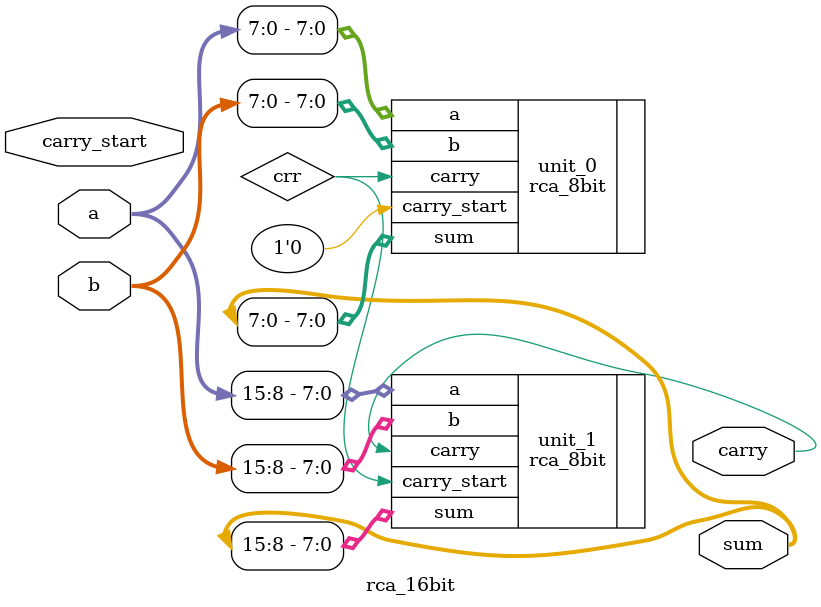
<source format=v>
module rca_16bit(a, b, sum, carry_start, carry);
    input [15:0] a;
    input [15:0] b;
    input carry_start;
    output [15:0] sum;
    output carry;

    wire crr;

    rca_8bit unit_0(
        .a(a[7:0]),
        .b(b[7:0]),
        .sum(sum[7:0]),
        .carry_start(1'b0),
        .carry(crr)
    );

    rca_8bit unit_1(
        .a(a[15:8]),
        .b(b[15:8]),
        .sum(sum[15:8]),
        .carry_start(crr),
        .carry(carry)
    );
endmodule
</source>
